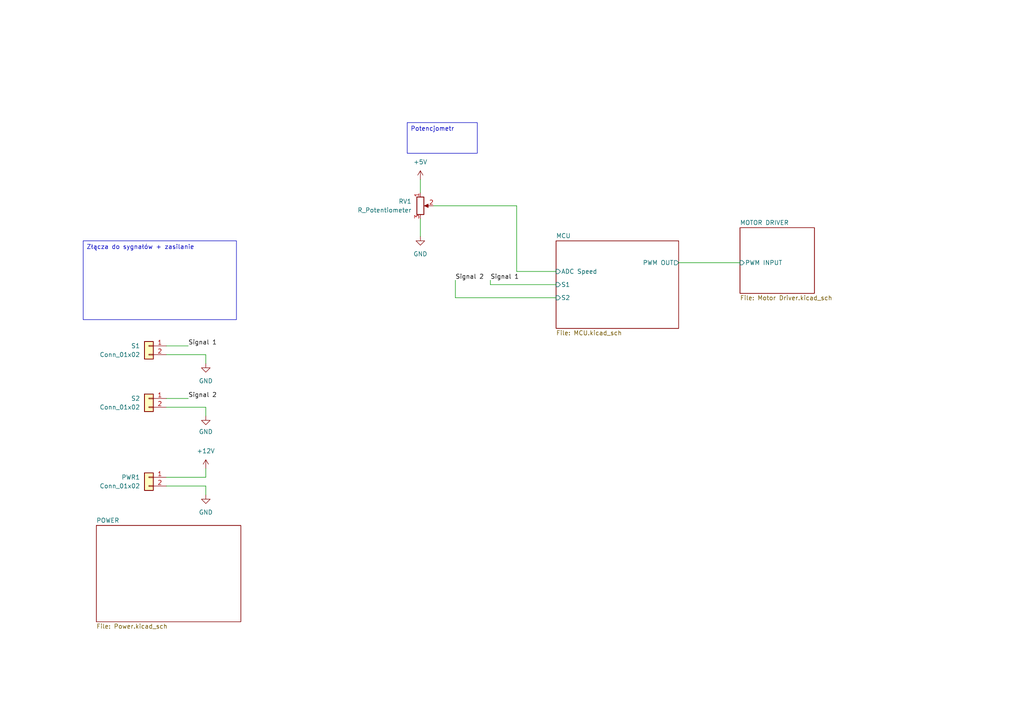
<source format=kicad_sch>
(kicad_sch (version 20231120) (generator "eeschema") (generator_version "8.0")
  (paper "A4")
  (lib_symbols
    (symbol "Connector_Generic:Conn_01x02" (pin_names (offset 1.016) hide)
      (property "Reference" "J" (at 0 2.54 0))
      (property "Value" "Conn_01x02" (at 0 -5.08 0))
      (symbol "Conn_01x02_1_1"
        (rectangle (start -1.27 -2.413) (end 0 -2.667) (stroke (width 0.1524)))
        (rectangle (start -1.27 0.127) (end 0 -0.127) (stroke (width 0.1524)))
        (rectangle (start -1.27 1.27) (end 1.27 -3.81) (stroke (width 0.254)) (fill (type background)))
        (pin passive line (at -5.08 0 0) (length 3.81) (name "Pin_1") (number "1"))
        (pin passive line (at -5.08 -2.54 0) (length 3.81) (name "Pin_2") (number "2"))
      )
    )
    (symbol "Device:R_Potentiometer" (pin_names (offset 1.016) hide)
      (property "Reference" "RV" (at -4.445 0 90))
      (property "Value" "R_Potentiometer" (at -2.54 0 90))
      (symbol "R_Potentiometer_0_1"
        (polyline (pts (xy 2.54 0) (xy 1.524 0)))
        (polyline (pts (xy 1.143 0) (xy 2.286 0.508) (xy 2.286 -0.508) (xy 1.143 0)) (fill (type outline)))
        (rectangle (start 1.016 2.54) (end -1.016 -2.54) (stroke (width 0.254)))
      )
      (symbol "R_Potentiometer_1_1"
        (pin passive line (at 0 3.81 270) (length 1.27) (name "1") (number "1"))
        (pin passive line (at 3.81 0 180) (length 1.27) (name "2") (number "2"))
        (pin passive line (at 0 -3.81 90) (length 1.27) (name "3") (number "3"))
      )
    )
    (symbol "power:+12V" (power) (pin_numbers hide) (pin_names (offset 0) hide)
      (property "Value" "+12V" (at 0 3.556 0))
      (symbol "+12V_0_1"
        (polyline (pts (xy -0.762 1.27) (xy 0 2.54)))
        (polyline (pts (xy 0 0) (xy 0 2.54)))
        (polyline (pts (xy 0 2.54) (xy 0.762 1.27)))
      )
      (symbol "+12V_1_1"
        (pin power_in line (at 0 0 90) (length 0) (name "~") (number "1"))
      )
    )
    (symbol "power:+5V" (power) (pin_numbers hide) (pin_names (offset 0) hide)
      (property "Value" "+5V" (at 0 3.556 0))
      (symbol "+5V_0_1"
        (polyline (pts (xy -0.762 1.27) (xy 0 2.54)))
        (polyline (pts (xy 0 0) (xy 0 2.54)))
        (polyline (pts (xy 0 2.54) (xy 0.762 1.27)))
      )
      (symbol "+5V_1_1"
        (pin power_in line (at 0 0 90) (length 0) (name "~") (number "1"))
      )
    )
    (symbol "power:GND" (power) (pin_numbers hide) (pin_names (offset 0) hide)
      (property "Value" "GND" (at 0 -3.81 0))
      (symbol "GND_0_1"
        (polyline (pts (xy 0 0) (xy 0 -1.27) (xy 1.27 -1.27) (xy 0 -2.54) (xy -1.27 -1.27) (xy 0 -1.27)))
      )
      (symbol "GND_1_1"
        (pin power_in line (at 0 0 270) (length 0) (name "~") (number "1"))
      )
    )
  )
  (wire (pts (xy 59.69 135.89) (xy 59.69 138.43)))
  (wire (pts (xy 59.69 143.51) (xy 59.69 140.97)))
  (wire (pts (xy 48.26 100.33) (xy 54.61 100.33)))
  (wire (pts (xy 161.29 82.55) (xy 142.24 82.55)))
  (wire (pts (xy 48.26 115.57) (xy 54.61 115.57)))
  (wire (pts (xy 59.69 138.43) (xy 48.26 138.43)))
  (wire (pts (xy 121.92 63.5) (xy 121.92 68.58)))
  (wire (pts (xy 59.69 105.41) (xy 59.69 102.87)))
  (wire (pts (xy 149.86 59.69) (xy 125.73 59.69)))
  (wire (pts (xy 196.85 76.2) (xy 214.63 76.2)))
  (wire (pts (xy 149.86 78.74) (xy 149.86 59.69)))
  (wire (pts (xy 59.69 140.97) (xy 48.26 140.97)))
  (wire (pts (xy 59.69 120.65) (xy 59.69 118.11)))
  (wire (pts (xy 121.92 52.07) (xy 121.92 55.88)))
  (wire (pts (xy 132.08 86.36) (xy 161.29 86.36)))
  (wire (pts (xy 132.08 81.28) (xy 132.08 86.36)))
  (wire (pts (xy 161.29 78.74) (xy 149.86 78.74)))
  (wire (pts (xy 59.69 118.11) (xy 48.26 118.11)))
  (wire (pts (xy 142.24 82.55) (xy 142.24 81.28)))
  (wire (pts (xy 59.69 102.87) (xy 48.26 102.87)))
  (text_box "Potencjometr\n\n" (at 118.11 35.56 0) (size 20.32 8.89) (effects (font (size 1.27 1.27)) (justify left top)))
  (text_box "Złącza do sygnałów + zasilanie" (at 24.13 69.85 0) (size 44.45 22.86) (effects (font (size 1.27 1.27)) (justify left top)))
  (label "Signal 2" (at 132.08 81.28 0))
  (label "Signal 1" (at 142.24 81.28 0))
  (label "Signal 2" (at 54.61 115.57 0))
  (label "Signal 1" (at 54.61 100.33 0))
  (symbol (lib_id "power:GND") (at 59.69 120.65 0) (unit 1)
    (property "Reference" "#PWR024" (effects (hide yes)))
    (property "Value" "GND" (at 59.69 125.222 0))
    (property "Description" "Power symbol creates a global label with name \"GND\" , ground" (effects (hide yes)))
  )
  (symbol (lib_id "power:GND") (at 59.69 143.51 0) (unit 1)
    (property "Reference" "#PWR023" (effects (hide yes)))
    (property "Value" "GND" (at 59.69 148.59 0))
    (property "Description" "Power symbol creates a global label with name \"GND\" , ground" (effects (hide yes)))
  )
  (symbol (lib_id "Connector_Generic:Conn_01x02") (at 43.18 138.43 0) (mirror y) (unit 1)
    (property "Reference" "PWR1" (at 40.64 138.4299 0) (effects (justify left)))
    (property "Value" "Conn_01x02" (at 40.64 140.9699 0) (effects (justify left)))
    (property "Footprint" "Connector_PinSocket_2.54mm:PinSocket_1x02_P2.54mm_Vertical" (effects (hide yes)))
    (property "Description" "Generic connector, single row, 01x02, script generated (kicad-library-utils/schlib/autogen/connector/)" (effects (hide yes)))
  )
  (symbol (lib_id "Connector_Generic:Conn_01x02") (at 43.18 100.33 0) (mirror y) (unit 1)
    (property "Reference" "S1" (at 40.64 100.3299 0) (effects (justify left)))
    (property "Value" "Conn_01x02" (at 40.64 102.8699 0) (effects (justify left)))
    (property "Footprint" "Connector_PinSocket_2.54mm:PinSocket_1x02_P2.54mm_Vertical" (effects (hide yes)))
    (property "Description" "Generic connector, single row, 01x02, script generated (kicad-library-utils/schlib/autogen/connector/)" (effects (hide yes)))
  )
  (symbol (lib_id "Connector_Generic:Conn_01x02") (at 43.18 115.57 0) (mirror y) (unit 1)
    (property "Reference" "S2" (at 40.64 115.5699 0) (effects (justify left)))
    (property "Value" "Conn_01x02" (at 40.64 118.1099 0) (effects (justify left)))
    (property "Footprint" "Connector_PinSocket_2.54mm:PinSocket_1x02_P2.54mm_Vertical" (effects (hide yes)))
    (property "Description" "Generic connector, single row, 01x02, script generated (kicad-library-utils/schlib/autogen/connector/)" (effects (hide yes)))
  )
  (symbol (lib_id "power:+5V") (at 121.92 52.07 0) (unit 1)
    (property "Reference" "#PWR02" (effects (hide yes)))
    (property "Value" "+5V" (at 121.92 46.99 0))
    (property "Description" "Power symbol creates a global label with name \"+5V\"" (effects (hide yes)))
  )
  (symbol (lib_id "power:GND") (at 121.92 68.58 0) (unit 1)
    (property "Reference" "#PWR03" (effects (hide yes)))
    (property "Value" "GND" (at 121.92 73.66 0))
    (property "Description" "Power symbol creates a global label with name \"GND\" , ground" (effects (hide yes)))
  )
  (symbol (lib_id "Device:R_Potentiometer") (at 121.92 59.69 0) (unit 1)
    (property "Reference" "RV1" (at 119.38 58.4199 0) (effects (justify right)))
    (property "Value" "R_Potentiometer" (at 119.38 60.9599 0) (effects (justify right)))
    (property "Footprint" "Potentiometer_THT:Potentiometer_Runtron_RM-065_Vertical" (effects (hide yes)))
    (property "Description" "Potentiometer" (effects (hide yes)))
  )
  (symbol (lib_id "power:GND") (at 59.69 105.41 0) (unit 1)
    (property "Reference" "#PWR025" (effects (hide yes)))
    (property "Value" "GND" (at 59.69 110.49 0))
    (property "Description" "Power symbol creates a global label with name \"GND\" , ground" (effects (hide yes)))
  )
  (symbol (lib_id "power:+12V") (at 59.69 135.89 0) (unit 1)
    (property "Reference" "#PWR026" (effects (hide yes)))
    (property "Value" "+12V" (at 59.69 130.81 0))
    (property "Description" "Power symbol creates a global label with name \"+12V\"" (effects (hide yes)))
  )
  (sheet (at 27.94 152.4) (size 41.91 27.94) (stroke (width 0.1524))
    (property "Sheetname" "POWER" (at 27.94 151.6884 0) (effects (justify left bottom)))
    (property "Sheetfile" "Power.kicad_sch" (at 27.94 180.9246 0) (effects (justify left top)))
  )
  (sheet (at 161.29 69.85) (size 35.56 25.4) (stroke (width 0.1524))
    (property "Sheetname" "MCU" (at 161.29 69.1384 0) (effects (justify left bottom)))
    (property "Sheetfile" "MCU.kicad_sch" (at 161.29 95.8346 0) (effects (justify left top)))
    (pin "PWM OUT" output (at 196.85 76.2 0))
    (pin "ADC Speed" input (at 161.29 78.74 180))
    (pin "S2" input (at 161.29 86.36 180))
    (pin "S1" input (at 161.29 82.55 180))
  )
  (sheet (at 214.63 66.04) (size 21.59 19.05) (stroke (width 0.1524))
    (property "Sheetname" "MOTOR DRIVER" (at 214.63 65.3284 0) (effects (justify left bottom)))
    (property "Sheetfile" "Motor Driver.kicad_sch" (at 214.63 85.6746 0) (effects (justify left top)))
    (pin "PWM INPUT" input (at 214.63 76.2 180))
  )
)
</source>
